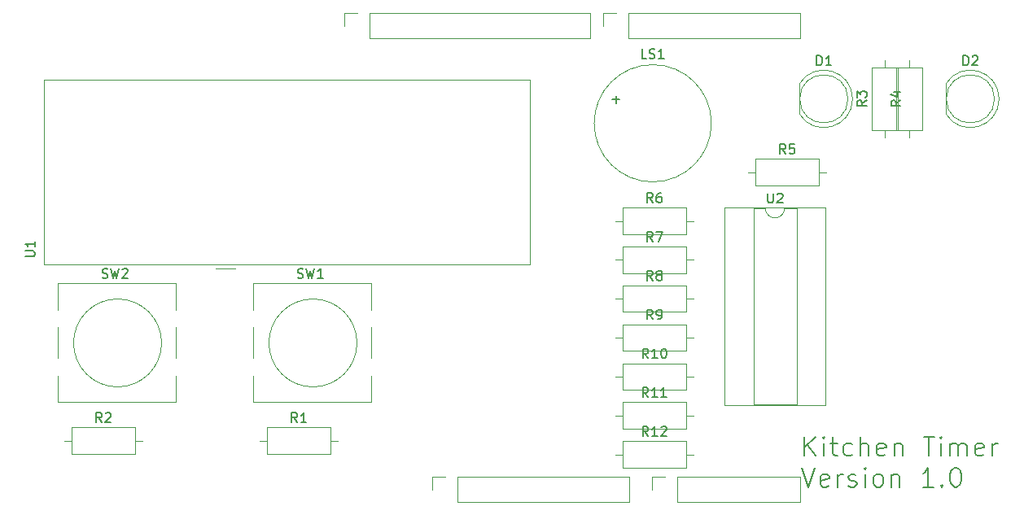
<source format=gbr>
%TF.GenerationSoftware,KiCad,Pcbnew,7.0.1-0*%
%TF.CreationDate,2023-03-30T13:35:29-06:00*%
%TF.ProjectId,Phase_A_UnoShield,50686173-655f-4415-9f55-6e6f53686965,rev?*%
%TF.SameCoordinates,Original*%
%TF.FileFunction,Legend,Top*%
%TF.FilePolarity,Positive*%
%FSLAX46Y46*%
G04 Gerber Fmt 4.6, Leading zero omitted, Abs format (unit mm)*
G04 Created by KiCad (PCBNEW 7.0.1-0) date 2023-03-30 13:35:29*
%MOMM*%
%LPD*%
G01*
G04 APERTURE LIST*
%ADD10C,0.150000*%
%ADD11C,0.120000*%
G04 APERTURE END LIST*
D10*
X165306190Y-93975238D02*
X165306190Y-91975238D01*
X166449047Y-93975238D02*
X165591904Y-92832380D01*
X166449047Y-91975238D02*
X165306190Y-93118095D01*
X167306190Y-93975238D02*
X167306190Y-92641904D01*
X167306190Y-91975238D02*
X167210952Y-92070476D01*
X167210952Y-92070476D02*
X167306190Y-92165714D01*
X167306190Y-92165714D02*
X167401428Y-92070476D01*
X167401428Y-92070476D02*
X167306190Y-91975238D01*
X167306190Y-91975238D02*
X167306190Y-92165714D01*
X167972857Y-92641904D02*
X168734761Y-92641904D01*
X168258571Y-91975238D02*
X168258571Y-93689523D01*
X168258571Y-93689523D02*
X168353809Y-93880000D01*
X168353809Y-93880000D02*
X168544285Y-93975238D01*
X168544285Y-93975238D02*
X168734761Y-93975238D01*
X170258571Y-93880000D02*
X170068095Y-93975238D01*
X170068095Y-93975238D02*
X169687142Y-93975238D01*
X169687142Y-93975238D02*
X169496666Y-93880000D01*
X169496666Y-93880000D02*
X169401428Y-93784761D01*
X169401428Y-93784761D02*
X169306190Y-93594285D01*
X169306190Y-93594285D02*
X169306190Y-93022857D01*
X169306190Y-93022857D02*
X169401428Y-92832380D01*
X169401428Y-92832380D02*
X169496666Y-92737142D01*
X169496666Y-92737142D02*
X169687142Y-92641904D01*
X169687142Y-92641904D02*
X170068095Y-92641904D01*
X170068095Y-92641904D02*
X170258571Y-92737142D01*
X171115714Y-93975238D02*
X171115714Y-91975238D01*
X171972857Y-93975238D02*
X171972857Y-92927619D01*
X171972857Y-92927619D02*
X171877619Y-92737142D01*
X171877619Y-92737142D02*
X171687143Y-92641904D01*
X171687143Y-92641904D02*
X171401428Y-92641904D01*
X171401428Y-92641904D02*
X171210952Y-92737142D01*
X171210952Y-92737142D02*
X171115714Y-92832380D01*
X173687143Y-93880000D02*
X173496667Y-93975238D01*
X173496667Y-93975238D02*
X173115714Y-93975238D01*
X173115714Y-93975238D02*
X172925238Y-93880000D01*
X172925238Y-93880000D02*
X172830000Y-93689523D01*
X172830000Y-93689523D02*
X172830000Y-92927619D01*
X172830000Y-92927619D02*
X172925238Y-92737142D01*
X172925238Y-92737142D02*
X173115714Y-92641904D01*
X173115714Y-92641904D02*
X173496667Y-92641904D01*
X173496667Y-92641904D02*
X173687143Y-92737142D01*
X173687143Y-92737142D02*
X173782381Y-92927619D01*
X173782381Y-92927619D02*
X173782381Y-93118095D01*
X173782381Y-93118095D02*
X172830000Y-93308571D01*
X174639524Y-92641904D02*
X174639524Y-93975238D01*
X174639524Y-92832380D02*
X174734762Y-92737142D01*
X174734762Y-92737142D02*
X174925238Y-92641904D01*
X174925238Y-92641904D02*
X175210953Y-92641904D01*
X175210953Y-92641904D02*
X175401429Y-92737142D01*
X175401429Y-92737142D02*
X175496667Y-92927619D01*
X175496667Y-92927619D02*
X175496667Y-93975238D01*
X177687144Y-91975238D02*
X178830001Y-91975238D01*
X178258572Y-93975238D02*
X178258572Y-91975238D01*
X179496668Y-93975238D02*
X179496668Y-92641904D01*
X179496668Y-91975238D02*
X179401430Y-92070476D01*
X179401430Y-92070476D02*
X179496668Y-92165714D01*
X179496668Y-92165714D02*
X179591906Y-92070476D01*
X179591906Y-92070476D02*
X179496668Y-91975238D01*
X179496668Y-91975238D02*
X179496668Y-92165714D01*
X180449049Y-93975238D02*
X180449049Y-92641904D01*
X180449049Y-92832380D02*
X180544287Y-92737142D01*
X180544287Y-92737142D02*
X180734763Y-92641904D01*
X180734763Y-92641904D02*
X181020478Y-92641904D01*
X181020478Y-92641904D02*
X181210954Y-92737142D01*
X181210954Y-92737142D02*
X181306192Y-92927619D01*
X181306192Y-92927619D02*
X181306192Y-93975238D01*
X181306192Y-92927619D02*
X181401430Y-92737142D01*
X181401430Y-92737142D02*
X181591906Y-92641904D01*
X181591906Y-92641904D02*
X181877620Y-92641904D01*
X181877620Y-92641904D02*
X182068097Y-92737142D01*
X182068097Y-92737142D02*
X182163335Y-92927619D01*
X182163335Y-92927619D02*
X182163335Y-93975238D01*
X183877621Y-93880000D02*
X183687145Y-93975238D01*
X183687145Y-93975238D02*
X183306192Y-93975238D01*
X183306192Y-93975238D02*
X183115716Y-93880000D01*
X183115716Y-93880000D02*
X183020478Y-93689523D01*
X183020478Y-93689523D02*
X183020478Y-92927619D01*
X183020478Y-92927619D02*
X183115716Y-92737142D01*
X183115716Y-92737142D02*
X183306192Y-92641904D01*
X183306192Y-92641904D02*
X183687145Y-92641904D01*
X183687145Y-92641904D02*
X183877621Y-92737142D01*
X183877621Y-92737142D02*
X183972859Y-92927619D01*
X183972859Y-92927619D02*
X183972859Y-93118095D01*
X183972859Y-93118095D02*
X183020478Y-93308571D01*
X184830002Y-93975238D02*
X184830002Y-92641904D01*
X184830002Y-93022857D02*
X184925240Y-92832380D01*
X184925240Y-92832380D02*
X185020478Y-92737142D01*
X185020478Y-92737142D02*
X185210954Y-92641904D01*
X185210954Y-92641904D02*
X185401431Y-92641904D01*
X165020476Y-95215238D02*
X165687142Y-97215238D01*
X165687142Y-97215238D02*
X166353809Y-95215238D01*
X167782381Y-97120000D02*
X167591905Y-97215238D01*
X167591905Y-97215238D02*
X167210952Y-97215238D01*
X167210952Y-97215238D02*
X167020476Y-97120000D01*
X167020476Y-97120000D02*
X166925238Y-96929523D01*
X166925238Y-96929523D02*
X166925238Y-96167619D01*
X166925238Y-96167619D02*
X167020476Y-95977142D01*
X167020476Y-95977142D02*
X167210952Y-95881904D01*
X167210952Y-95881904D02*
X167591905Y-95881904D01*
X167591905Y-95881904D02*
X167782381Y-95977142D01*
X167782381Y-95977142D02*
X167877619Y-96167619D01*
X167877619Y-96167619D02*
X167877619Y-96358095D01*
X167877619Y-96358095D02*
X166925238Y-96548571D01*
X168734762Y-97215238D02*
X168734762Y-95881904D01*
X168734762Y-96262857D02*
X168830000Y-96072380D01*
X168830000Y-96072380D02*
X168925238Y-95977142D01*
X168925238Y-95977142D02*
X169115714Y-95881904D01*
X169115714Y-95881904D02*
X169306191Y-95881904D01*
X169877619Y-97120000D02*
X170068095Y-97215238D01*
X170068095Y-97215238D02*
X170449047Y-97215238D01*
X170449047Y-97215238D02*
X170639524Y-97120000D01*
X170639524Y-97120000D02*
X170734762Y-96929523D01*
X170734762Y-96929523D02*
X170734762Y-96834285D01*
X170734762Y-96834285D02*
X170639524Y-96643809D01*
X170639524Y-96643809D02*
X170449047Y-96548571D01*
X170449047Y-96548571D02*
X170163333Y-96548571D01*
X170163333Y-96548571D02*
X169972857Y-96453333D01*
X169972857Y-96453333D02*
X169877619Y-96262857D01*
X169877619Y-96262857D02*
X169877619Y-96167619D01*
X169877619Y-96167619D02*
X169972857Y-95977142D01*
X169972857Y-95977142D02*
X170163333Y-95881904D01*
X170163333Y-95881904D02*
X170449047Y-95881904D01*
X170449047Y-95881904D02*
X170639524Y-95977142D01*
X171591905Y-97215238D02*
X171591905Y-95881904D01*
X171591905Y-95215238D02*
X171496667Y-95310476D01*
X171496667Y-95310476D02*
X171591905Y-95405714D01*
X171591905Y-95405714D02*
X171687143Y-95310476D01*
X171687143Y-95310476D02*
X171591905Y-95215238D01*
X171591905Y-95215238D02*
X171591905Y-95405714D01*
X172830000Y-97215238D02*
X172639524Y-97120000D01*
X172639524Y-97120000D02*
X172544286Y-97024761D01*
X172544286Y-97024761D02*
X172449048Y-96834285D01*
X172449048Y-96834285D02*
X172449048Y-96262857D01*
X172449048Y-96262857D02*
X172544286Y-96072380D01*
X172544286Y-96072380D02*
X172639524Y-95977142D01*
X172639524Y-95977142D02*
X172830000Y-95881904D01*
X172830000Y-95881904D02*
X173115715Y-95881904D01*
X173115715Y-95881904D02*
X173306191Y-95977142D01*
X173306191Y-95977142D02*
X173401429Y-96072380D01*
X173401429Y-96072380D02*
X173496667Y-96262857D01*
X173496667Y-96262857D02*
X173496667Y-96834285D01*
X173496667Y-96834285D02*
X173401429Y-97024761D01*
X173401429Y-97024761D02*
X173306191Y-97120000D01*
X173306191Y-97120000D02*
X173115715Y-97215238D01*
X173115715Y-97215238D02*
X172830000Y-97215238D01*
X174353810Y-95881904D02*
X174353810Y-97215238D01*
X174353810Y-96072380D02*
X174449048Y-95977142D01*
X174449048Y-95977142D02*
X174639524Y-95881904D01*
X174639524Y-95881904D02*
X174925239Y-95881904D01*
X174925239Y-95881904D02*
X175115715Y-95977142D01*
X175115715Y-95977142D02*
X175210953Y-96167619D01*
X175210953Y-96167619D02*
X175210953Y-97215238D01*
X178734763Y-97215238D02*
X177591906Y-97215238D01*
X178163334Y-97215238D02*
X178163334Y-95215238D01*
X178163334Y-95215238D02*
X177972858Y-95500952D01*
X177972858Y-95500952D02*
X177782382Y-95691428D01*
X177782382Y-95691428D02*
X177591906Y-95786666D01*
X179591906Y-97024761D02*
X179687144Y-97120000D01*
X179687144Y-97120000D02*
X179591906Y-97215238D01*
X179591906Y-97215238D02*
X179496668Y-97120000D01*
X179496668Y-97120000D02*
X179591906Y-97024761D01*
X179591906Y-97024761D02*
X179591906Y-97215238D01*
X180925239Y-95215238D02*
X181115716Y-95215238D01*
X181115716Y-95215238D02*
X181306192Y-95310476D01*
X181306192Y-95310476D02*
X181401430Y-95405714D01*
X181401430Y-95405714D02*
X181496668Y-95596190D01*
X181496668Y-95596190D02*
X181591906Y-95977142D01*
X181591906Y-95977142D02*
X181591906Y-96453333D01*
X181591906Y-96453333D02*
X181496668Y-96834285D01*
X181496668Y-96834285D02*
X181401430Y-97024761D01*
X181401430Y-97024761D02*
X181306192Y-97120000D01*
X181306192Y-97120000D02*
X181115716Y-97215238D01*
X181115716Y-97215238D02*
X180925239Y-97215238D01*
X180925239Y-97215238D02*
X180734763Y-97120000D01*
X180734763Y-97120000D02*
X180639525Y-97024761D01*
X180639525Y-97024761D02*
X180544287Y-96834285D01*
X180544287Y-96834285D02*
X180449049Y-96453333D01*
X180449049Y-96453333D02*
X180449049Y-95977142D01*
X180449049Y-95977142D02*
X180544287Y-95596190D01*
X180544287Y-95596190D02*
X180639525Y-95405714D01*
X180639525Y-95405714D02*
X180734763Y-95310476D01*
X180734763Y-95310476D02*
X180925239Y-95215238D01*
%TO.C,U1*%
X84232619Y-73221904D02*
X85042142Y-73221904D01*
X85042142Y-73221904D02*
X85137380Y-73174285D01*
X85137380Y-73174285D02*
X85185000Y-73126666D01*
X85185000Y-73126666D02*
X85232619Y-73031428D01*
X85232619Y-73031428D02*
X85232619Y-72840952D01*
X85232619Y-72840952D02*
X85185000Y-72745714D01*
X85185000Y-72745714D02*
X85137380Y-72698095D01*
X85137380Y-72698095D02*
X85042142Y-72650476D01*
X85042142Y-72650476D02*
X84232619Y-72650476D01*
X85232619Y-71650476D02*
X85232619Y-72221904D01*
X85232619Y-71936190D02*
X84232619Y-71936190D01*
X84232619Y-71936190D02*
X84375476Y-72031428D01*
X84375476Y-72031428D02*
X84470714Y-72126666D01*
X84470714Y-72126666D02*
X84518333Y-72221904D01*
%TO.C,D2*%
X181811905Y-53322619D02*
X181811905Y-52322619D01*
X181811905Y-52322619D02*
X182050000Y-52322619D01*
X182050000Y-52322619D02*
X182192857Y-52370238D01*
X182192857Y-52370238D02*
X182288095Y-52465476D01*
X182288095Y-52465476D02*
X182335714Y-52560714D01*
X182335714Y-52560714D02*
X182383333Y-52751190D01*
X182383333Y-52751190D02*
X182383333Y-52894047D01*
X182383333Y-52894047D02*
X182335714Y-53084523D01*
X182335714Y-53084523D02*
X182288095Y-53179761D01*
X182288095Y-53179761D02*
X182192857Y-53275000D01*
X182192857Y-53275000D02*
X182050000Y-53322619D01*
X182050000Y-53322619D02*
X181811905Y-53322619D01*
X182764286Y-52417857D02*
X182811905Y-52370238D01*
X182811905Y-52370238D02*
X182907143Y-52322619D01*
X182907143Y-52322619D02*
X183145238Y-52322619D01*
X183145238Y-52322619D02*
X183240476Y-52370238D01*
X183240476Y-52370238D02*
X183288095Y-52417857D01*
X183288095Y-52417857D02*
X183335714Y-52513095D01*
X183335714Y-52513095D02*
X183335714Y-52608333D01*
X183335714Y-52608333D02*
X183288095Y-52751190D01*
X183288095Y-52751190D02*
X182716667Y-53322619D01*
X182716667Y-53322619D02*
X183335714Y-53322619D01*
%TO.C,U2*%
X161468095Y-66652619D02*
X161468095Y-67462142D01*
X161468095Y-67462142D02*
X161515714Y-67557380D01*
X161515714Y-67557380D02*
X161563333Y-67605000D01*
X161563333Y-67605000D02*
X161658571Y-67652619D01*
X161658571Y-67652619D02*
X161849047Y-67652619D01*
X161849047Y-67652619D02*
X161944285Y-67605000D01*
X161944285Y-67605000D02*
X161991904Y-67557380D01*
X161991904Y-67557380D02*
X162039523Y-67462142D01*
X162039523Y-67462142D02*
X162039523Y-66652619D01*
X162468095Y-66747857D02*
X162515714Y-66700238D01*
X162515714Y-66700238D02*
X162610952Y-66652619D01*
X162610952Y-66652619D02*
X162849047Y-66652619D01*
X162849047Y-66652619D02*
X162944285Y-66700238D01*
X162944285Y-66700238D02*
X162991904Y-66747857D01*
X162991904Y-66747857D02*
X163039523Y-66843095D01*
X163039523Y-66843095D02*
X163039523Y-66938333D01*
X163039523Y-66938333D02*
X162991904Y-67081190D01*
X162991904Y-67081190D02*
X162420476Y-67652619D01*
X162420476Y-67652619D02*
X163039523Y-67652619D01*
%TO.C,R8*%
X149523333Y-75712619D02*
X149190000Y-75236428D01*
X148951905Y-75712619D02*
X148951905Y-74712619D01*
X148951905Y-74712619D02*
X149332857Y-74712619D01*
X149332857Y-74712619D02*
X149428095Y-74760238D01*
X149428095Y-74760238D02*
X149475714Y-74807857D01*
X149475714Y-74807857D02*
X149523333Y-74903095D01*
X149523333Y-74903095D02*
X149523333Y-75045952D01*
X149523333Y-75045952D02*
X149475714Y-75141190D01*
X149475714Y-75141190D02*
X149428095Y-75188809D01*
X149428095Y-75188809D02*
X149332857Y-75236428D01*
X149332857Y-75236428D02*
X148951905Y-75236428D01*
X150094762Y-75141190D02*
X149999524Y-75093571D01*
X149999524Y-75093571D02*
X149951905Y-75045952D01*
X149951905Y-75045952D02*
X149904286Y-74950714D01*
X149904286Y-74950714D02*
X149904286Y-74903095D01*
X149904286Y-74903095D02*
X149951905Y-74807857D01*
X149951905Y-74807857D02*
X149999524Y-74760238D01*
X149999524Y-74760238D02*
X150094762Y-74712619D01*
X150094762Y-74712619D02*
X150285238Y-74712619D01*
X150285238Y-74712619D02*
X150380476Y-74760238D01*
X150380476Y-74760238D02*
X150428095Y-74807857D01*
X150428095Y-74807857D02*
X150475714Y-74903095D01*
X150475714Y-74903095D02*
X150475714Y-74950714D01*
X150475714Y-74950714D02*
X150428095Y-75045952D01*
X150428095Y-75045952D02*
X150380476Y-75093571D01*
X150380476Y-75093571D02*
X150285238Y-75141190D01*
X150285238Y-75141190D02*
X150094762Y-75141190D01*
X150094762Y-75141190D02*
X149999524Y-75188809D01*
X149999524Y-75188809D02*
X149951905Y-75236428D01*
X149951905Y-75236428D02*
X149904286Y-75331666D01*
X149904286Y-75331666D02*
X149904286Y-75522142D01*
X149904286Y-75522142D02*
X149951905Y-75617380D01*
X149951905Y-75617380D02*
X149999524Y-75665000D01*
X149999524Y-75665000D02*
X150094762Y-75712619D01*
X150094762Y-75712619D02*
X150285238Y-75712619D01*
X150285238Y-75712619D02*
X150380476Y-75665000D01*
X150380476Y-75665000D02*
X150428095Y-75617380D01*
X150428095Y-75617380D02*
X150475714Y-75522142D01*
X150475714Y-75522142D02*
X150475714Y-75331666D01*
X150475714Y-75331666D02*
X150428095Y-75236428D01*
X150428095Y-75236428D02*
X150380476Y-75188809D01*
X150380476Y-75188809D02*
X150285238Y-75141190D01*
%TO.C,R5*%
X163333333Y-62532619D02*
X163000000Y-62056428D01*
X162761905Y-62532619D02*
X162761905Y-61532619D01*
X162761905Y-61532619D02*
X163142857Y-61532619D01*
X163142857Y-61532619D02*
X163238095Y-61580238D01*
X163238095Y-61580238D02*
X163285714Y-61627857D01*
X163285714Y-61627857D02*
X163333333Y-61723095D01*
X163333333Y-61723095D02*
X163333333Y-61865952D01*
X163333333Y-61865952D02*
X163285714Y-61961190D01*
X163285714Y-61961190D02*
X163238095Y-62008809D01*
X163238095Y-62008809D02*
X163142857Y-62056428D01*
X163142857Y-62056428D02*
X162761905Y-62056428D01*
X164238095Y-61532619D02*
X163761905Y-61532619D01*
X163761905Y-61532619D02*
X163714286Y-62008809D01*
X163714286Y-62008809D02*
X163761905Y-61961190D01*
X163761905Y-61961190D02*
X163857143Y-61913571D01*
X163857143Y-61913571D02*
X164095238Y-61913571D01*
X164095238Y-61913571D02*
X164190476Y-61961190D01*
X164190476Y-61961190D02*
X164238095Y-62008809D01*
X164238095Y-62008809D02*
X164285714Y-62104047D01*
X164285714Y-62104047D02*
X164285714Y-62342142D01*
X164285714Y-62342142D02*
X164238095Y-62437380D01*
X164238095Y-62437380D02*
X164190476Y-62485000D01*
X164190476Y-62485000D02*
X164095238Y-62532619D01*
X164095238Y-62532619D02*
X163857143Y-62532619D01*
X163857143Y-62532619D02*
X163761905Y-62485000D01*
X163761905Y-62485000D02*
X163714286Y-62437380D01*
%TO.C,D1*%
X166571905Y-53322619D02*
X166571905Y-52322619D01*
X166571905Y-52322619D02*
X166810000Y-52322619D01*
X166810000Y-52322619D02*
X166952857Y-52370238D01*
X166952857Y-52370238D02*
X167048095Y-52465476D01*
X167048095Y-52465476D02*
X167095714Y-52560714D01*
X167095714Y-52560714D02*
X167143333Y-52751190D01*
X167143333Y-52751190D02*
X167143333Y-52894047D01*
X167143333Y-52894047D02*
X167095714Y-53084523D01*
X167095714Y-53084523D02*
X167048095Y-53179761D01*
X167048095Y-53179761D02*
X166952857Y-53275000D01*
X166952857Y-53275000D02*
X166810000Y-53322619D01*
X166810000Y-53322619D02*
X166571905Y-53322619D01*
X168095714Y-53322619D02*
X167524286Y-53322619D01*
X167810000Y-53322619D02*
X167810000Y-52322619D01*
X167810000Y-52322619D02*
X167714762Y-52465476D01*
X167714762Y-52465476D02*
X167619524Y-52560714D01*
X167619524Y-52560714D02*
X167524286Y-52608333D01*
%TO.C,R1*%
X112533333Y-90472619D02*
X112200000Y-89996428D01*
X111961905Y-90472619D02*
X111961905Y-89472619D01*
X111961905Y-89472619D02*
X112342857Y-89472619D01*
X112342857Y-89472619D02*
X112438095Y-89520238D01*
X112438095Y-89520238D02*
X112485714Y-89567857D01*
X112485714Y-89567857D02*
X112533333Y-89663095D01*
X112533333Y-89663095D02*
X112533333Y-89805952D01*
X112533333Y-89805952D02*
X112485714Y-89901190D01*
X112485714Y-89901190D02*
X112438095Y-89948809D01*
X112438095Y-89948809D02*
X112342857Y-89996428D01*
X112342857Y-89996428D02*
X111961905Y-89996428D01*
X113485714Y-90472619D02*
X112914286Y-90472619D01*
X113200000Y-90472619D02*
X113200000Y-89472619D01*
X113200000Y-89472619D02*
X113104762Y-89615476D01*
X113104762Y-89615476D02*
X113009524Y-89710714D01*
X113009524Y-89710714D02*
X112914286Y-89758333D01*
%TO.C,LS1*%
X148877142Y-52622619D02*
X148400952Y-52622619D01*
X148400952Y-52622619D02*
X148400952Y-51622619D01*
X149162857Y-52575000D02*
X149305714Y-52622619D01*
X149305714Y-52622619D02*
X149543809Y-52622619D01*
X149543809Y-52622619D02*
X149639047Y-52575000D01*
X149639047Y-52575000D02*
X149686666Y-52527380D01*
X149686666Y-52527380D02*
X149734285Y-52432142D01*
X149734285Y-52432142D02*
X149734285Y-52336904D01*
X149734285Y-52336904D02*
X149686666Y-52241666D01*
X149686666Y-52241666D02*
X149639047Y-52194047D01*
X149639047Y-52194047D02*
X149543809Y-52146428D01*
X149543809Y-52146428D02*
X149353333Y-52098809D01*
X149353333Y-52098809D02*
X149258095Y-52051190D01*
X149258095Y-52051190D02*
X149210476Y-52003571D01*
X149210476Y-52003571D02*
X149162857Y-51908333D01*
X149162857Y-51908333D02*
X149162857Y-51813095D01*
X149162857Y-51813095D02*
X149210476Y-51717857D01*
X149210476Y-51717857D02*
X149258095Y-51670238D01*
X149258095Y-51670238D02*
X149353333Y-51622619D01*
X149353333Y-51622619D02*
X149591428Y-51622619D01*
X149591428Y-51622619D02*
X149734285Y-51670238D01*
X150686666Y-52622619D02*
X150115238Y-52622619D01*
X150400952Y-52622619D02*
X150400952Y-51622619D01*
X150400952Y-51622619D02*
X150305714Y-51765476D01*
X150305714Y-51765476D02*
X150210476Y-51860714D01*
X150210476Y-51860714D02*
X150115238Y-51908333D01*
X145329048Y-56901666D02*
X146090953Y-56901666D01*
X145710000Y-57282619D02*
X145710000Y-56520714D01*
%TO.C,R2*%
X92213333Y-90472619D02*
X91880000Y-89996428D01*
X91641905Y-90472619D02*
X91641905Y-89472619D01*
X91641905Y-89472619D02*
X92022857Y-89472619D01*
X92022857Y-89472619D02*
X92118095Y-89520238D01*
X92118095Y-89520238D02*
X92165714Y-89567857D01*
X92165714Y-89567857D02*
X92213333Y-89663095D01*
X92213333Y-89663095D02*
X92213333Y-89805952D01*
X92213333Y-89805952D02*
X92165714Y-89901190D01*
X92165714Y-89901190D02*
X92118095Y-89948809D01*
X92118095Y-89948809D02*
X92022857Y-89996428D01*
X92022857Y-89996428D02*
X91641905Y-89996428D01*
X92594286Y-89567857D02*
X92641905Y-89520238D01*
X92641905Y-89520238D02*
X92737143Y-89472619D01*
X92737143Y-89472619D02*
X92975238Y-89472619D01*
X92975238Y-89472619D02*
X93070476Y-89520238D01*
X93070476Y-89520238D02*
X93118095Y-89567857D01*
X93118095Y-89567857D02*
X93165714Y-89663095D01*
X93165714Y-89663095D02*
X93165714Y-89758333D01*
X93165714Y-89758333D02*
X93118095Y-89901190D01*
X93118095Y-89901190D02*
X92546667Y-90472619D01*
X92546667Y-90472619D02*
X93165714Y-90472619D01*
%TO.C,SW1*%
X112566667Y-75435000D02*
X112709524Y-75482619D01*
X112709524Y-75482619D02*
X112947619Y-75482619D01*
X112947619Y-75482619D02*
X113042857Y-75435000D01*
X113042857Y-75435000D02*
X113090476Y-75387380D01*
X113090476Y-75387380D02*
X113138095Y-75292142D01*
X113138095Y-75292142D02*
X113138095Y-75196904D01*
X113138095Y-75196904D02*
X113090476Y-75101666D01*
X113090476Y-75101666D02*
X113042857Y-75054047D01*
X113042857Y-75054047D02*
X112947619Y-75006428D01*
X112947619Y-75006428D02*
X112757143Y-74958809D01*
X112757143Y-74958809D02*
X112661905Y-74911190D01*
X112661905Y-74911190D02*
X112614286Y-74863571D01*
X112614286Y-74863571D02*
X112566667Y-74768333D01*
X112566667Y-74768333D02*
X112566667Y-74673095D01*
X112566667Y-74673095D02*
X112614286Y-74577857D01*
X112614286Y-74577857D02*
X112661905Y-74530238D01*
X112661905Y-74530238D02*
X112757143Y-74482619D01*
X112757143Y-74482619D02*
X112995238Y-74482619D01*
X112995238Y-74482619D02*
X113138095Y-74530238D01*
X113471429Y-74482619D02*
X113709524Y-75482619D01*
X113709524Y-75482619D02*
X113900000Y-74768333D01*
X113900000Y-74768333D02*
X114090476Y-75482619D01*
X114090476Y-75482619D02*
X114328572Y-74482619D01*
X115233333Y-75482619D02*
X114661905Y-75482619D01*
X114947619Y-75482619D02*
X114947619Y-74482619D01*
X114947619Y-74482619D02*
X114852381Y-74625476D01*
X114852381Y-74625476D02*
X114757143Y-74720714D01*
X114757143Y-74720714D02*
X114661905Y-74768333D01*
%TO.C,SW2*%
X92246667Y-75435000D02*
X92389524Y-75482619D01*
X92389524Y-75482619D02*
X92627619Y-75482619D01*
X92627619Y-75482619D02*
X92722857Y-75435000D01*
X92722857Y-75435000D02*
X92770476Y-75387380D01*
X92770476Y-75387380D02*
X92818095Y-75292142D01*
X92818095Y-75292142D02*
X92818095Y-75196904D01*
X92818095Y-75196904D02*
X92770476Y-75101666D01*
X92770476Y-75101666D02*
X92722857Y-75054047D01*
X92722857Y-75054047D02*
X92627619Y-75006428D01*
X92627619Y-75006428D02*
X92437143Y-74958809D01*
X92437143Y-74958809D02*
X92341905Y-74911190D01*
X92341905Y-74911190D02*
X92294286Y-74863571D01*
X92294286Y-74863571D02*
X92246667Y-74768333D01*
X92246667Y-74768333D02*
X92246667Y-74673095D01*
X92246667Y-74673095D02*
X92294286Y-74577857D01*
X92294286Y-74577857D02*
X92341905Y-74530238D01*
X92341905Y-74530238D02*
X92437143Y-74482619D01*
X92437143Y-74482619D02*
X92675238Y-74482619D01*
X92675238Y-74482619D02*
X92818095Y-74530238D01*
X93151429Y-74482619D02*
X93389524Y-75482619D01*
X93389524Y-75482619D02*
X93580000Y-74768333D01*
X93580000Y-74768333D02*
X93770476Y-75482619D01*
X93770476Y-75482619D02*
X94008572Y-74482619D01*
X94341905Y-74577857D02*
X94389524Y-74530238D01*
X94389524Y-74530238D02*
X94484762Y-74482619D01*
X94484762Y-74482619D02*
X94722857Y-74482619D01*
X94722857Y-74482619D02*
X94818095Y-74530238D01*
X94818095Y-74530238D02*
X94865714Y-74577857D01*
X94865714Y-74577857D02*
X94913333Y-74673095D01*
X94913333Y-74673095D02*
X94913333Y-74768333D01*
X94913333Y-74768333D02*
X94865714Y-74911190D01*
X94865714Y-74911190D02*
X94294286Y-75482619D01*
X94294286Y-75482619D02*
X94913333Y-75482619D01*
%TO.C,R12*%
X149047142Y-91912619D02*
X148713809Y-91436428D01*
X148475714Y-91912619D02*
X148475714Y-90912619D01*
X148475714Y-90912619D02*
X148856666Y-90912619D01*
X148856666Y-90912619D02*
X148951904Y-90960238D01*
X148951904Y-90960238D02*
X148999523Y-91007857D01*
X148999523Y-91007857D02*
X149047142Y-91103095D01*
X149047142Y-91103095D02*
X149047142Y-91245952D01*
X149047142Y-91245952D02*
X148999523Y-91341190D01*
X148999523Y-91341190D02*
X148951904Y-91388809D01*
X148951904Y-91388809D02*
X148856666Y-91436428D01*
X148856666Y-91436428D02*
X148475714Y-91436428D01*
X149999523Y-91912619D02*
X149428095Y-91912619D01*
X149713809Y-91912619D02*
X149713809Y-90912619D01*
X149713809Y-90912619D02*
X149618571Y-91055476D01*
X149618571Y-91055476D02*
X149523333Y-91150714D01*
X149523333Y-91150714D02*
X149428095Y-91198333D01*
X150380476Y-91007857D02*
X150428095Y-90960238D01*
X150428095Y-90960238D02*
X150523333Y-90912619D01*
X150523333Y-90912619D02*
X150761428Y-90912619D01*
X150761428Y-90912619D02*
X150856666Y-90960238D01*
X150856666Y-90960238D02*
X150904285Y-91007857D01*
X150904285Y-91007857D02*
X150951904Y-91103095D01*
X150951904Y-91103095D02*
X150951904Y-91198333D01*
X150951904Y-91198333D02*
X150904285Y-91341190D01*
X150904285Y-91341190D02*
X150332857Y-91912619D01*
X150332857Y-91912619D02*
X150951904Y-91912619D01*
%TO.C,R10*%
X149047142Y-83812619D02*
X148713809Y-83336428D01*
X148475714Y-83812619D02*
X148475714Y-82812619D01*
X148475714Y-82812619D02*
X148856666Y-82812619D01*
X148856666Y-82812619D02*
X148951904Y-82860238D01*
X148951904Y-82860238D02*
X148999523Y-82907857D01*
X148999523Y-82907857D02*
X149047142Y-83003095D01*
X149047142Y-83003095D02*
X149047142Y-83145952D01*
X149047142Y-83145952D02*
X148999523Y-83241190D01*
X148999523Y-83241190D02*
X148951904Y-83288809D01*
X148951904Y-83288809D02*
X148856666Y-83336428D01*
X148856666Y-83336428D02*
X148475714Y-83336428D01*
X149999523Y-83812619D02*
X149428095Y-83812619D01*
X149713809Y-83812619D02*
X149713809Y-82812619D01*
X149713809Y-82812619D02*
X149618571Y-82955476D01*
X149618571Y-82955476D02*
X149523333Y-83050714D01*
X149523333Y-83050714D02*
X149428095Y-83098333D01*
X150618571Y-82812619D02*
X150713809Y-82812619D01*
X150713809Y-82812619D02*
X150809047Y-82860238D01*
X150809047Y-82860238D02*
X150856666Y-82907857D01*
X150856666Y-82907857D02*
X150904285Y-83003095D01*
X150904285Y-83003095D02*
X150951904Y-83193571D01*
X150951904Y-83193571D02*
X150951904Y-83431666D01*
X150951904Y-83431666D02*
X150904285Y-83622142D01*
X150904285Y-83622142D02*
X150856666Y-83717380D01*
X150856666Y-83717380D02*
X150809047Y-83765000D01*
X150809047Y-83765000D02*
X150713809Y-83812619D01*
X150713809Y-83812619D02*
X150618571Y-83812619D01*
X150618571Y-83812619D02*
X150523333Y-83765000D01*
X150523333Y-83765000D02*
X150475714Y-83717380D01*
X150475714Y-83717380D02*
X150428095Y-83622142D01*
X150428095Y-83622142D02*
X150380476Y-83431666D01*
X150380476Y-83431666D02*
X150380476Y-83193571D01*
X150380476Y-83193571D02*
X150428095Y-83003095D01*
X150428095Y-83003095D02*
X150475714Y-82907857D01*
X150475714Y-82907857D02*
X150523333Y-82860238D01*
X150523333Y-82860238D02*
X150618571Y-82812619D01*
%TO.C,R9*%
X149523333Y-79762619D02*
X149190000Y-79286428D01*
X148951905Y-79762619D02*
X148951905Y-78762619D01*
X148951905Y-78762619D02*
X149332857Y-78762619D01*
X149332857Y-78762619D02*
X149428095Y-78810238D01*
X149428095Y-78810238D02*
X149475714Y-78857857D01*
X149475714Y-78857857D02*
X149523333Y-78953095D01*
X149523333Y-78953095D02*
X149523333Y-79095952D01*
X149523333Y-79095952D02*
X149475714Y-79191190D01*
X149475714Y-79191190D02*
X149428095Y-79238809D01*
X149428095Y-79238809D02*
X149332857Y-79286428D01*
X149332857Y-79286428D02*
X148951905Y-79286428D01*
X149999524Y-79762619D02*
X150190000Y-79762619D01*
X150190000Y-79762619D02*
X150285238Y-79715000D01*
X150285238Y-79715000D02*
X150332857Y-79667380D01*
X150332857Y-79667380D02*
X150428095Y-79524523D01*
X150428095Y-79524523D02*
X150475714Y-79334047D01*
X150475714Y-79334047D02*
X150475714Y-78953095D01*
X150475714Y-78953095D02*
X150428095Y-78857857D01*
X150428095Y-78857857D02*
X150380476Y-78810238D01*
X150380476Y-78810238D02*
X150285238Y-78762619D01*
X150285238Y-78762619D02*
X150094762Y-78762619D01*
X150094762Y-78762619D02*
X149999524Y-78810238D01*
X149999524Y-78810238D02*
X149951905Y-78857857D01*
X149951905Y-78857857D02*
X149904286Y-78953095D01*
X149904286Y-78953095D02*
X149904286Y-79191190D01*
X149904286Y-79191190D02*
X149951905Y-79286428D01*
X149951905Y-79286428D02*
X149999524Y-79334047D01*
X149999524Y-79334047D02*
X150094762Y-79381666D01*
X150094762Y-79381666D02*
X150285238Y-79381666D01*
X150285238Y-79381666D02*
X150380476Y-79334047D01*
X150380476Y-79334047D02*
X150428095Y-79286428D01*
X150428095Y-79286428D02*
X150475714Y-79191190D01*
%TO.C,R6*%
X149523333Y-67612619D02*
X149190000Y-67136428D01*
X148951905Y-67612619D02*
X148951905Y-66612619D01*
X148951905Y-66612619D02*
X149332857Y-66612619D01*
X149332857Y-66612619D02*
X149428095Y-66660238D01*
X149428095Y-66660238D02*
X149475714Y-66707857D01*
X149475714Y-66707857D02*
X149523333Y-66803095D01*
X149523333Y-66803095D02*
X149523333Y-66945952D01*
X149523333Y-66945952D02*
X149475714Y-67041190D01*
X149475714Y-67041190D02*
X149428095Y-67088809D01*
X149428095Y-67088809D02*
X149332857Y-67136428D01*
X149332857Y-67136428D02*
X148951905Y-67136428D01*
X150380476Y-66612619D02*
X150190000Y-66612619D01*
X150190000Y-66612619D02*
X150094762Y-66660238D01*
X150094762Y-66660238D02*
X150047143Y-66707857D01*
X150047143Y-66707857D02*
X149951905Y-66850714D01*
X149951905Y-66850714D02*
X149904286Y-67041190D01*
X149904286Y-67041190D02*
X149904286Y-67422142D01*
X149904286Y-67422142D02*
X149951905Y-67517380D01*
X149951905Y-67517380D02*
X149999524Y-67565000D01*
X149999524Y-67565000D02*
X150094762Y-67612619D01*
X150094762Y-67612619D02*
X150285238Y-67612619D01*
X150285238Y-67612619D02*
X150380476Y-67565000D01*
X150380476Y-67565000D02*
X150428095Y-67517380D01*
X150428095Y-67517380D02*
X150475714Y-67422142D01*
X150475714Y-67422142D02*
X150475714Y-67184047D01*
X150475714Y-67184047D02*
X150428095Y-67088809D01*
X150428095Y-67088809D02*
X150380476Y-67041190D01*
X150380476Y-67041190D02*
X150285238Y-66993571D01*
X150285238Y-66993571D02*
X150094762Y-66993571D01*
X150094762Y-66993571D02*
X149999524Y-67041190D01*
X149999524Y-67041190D02*
X149951905Y-67088809D01*
X149951905Y-67088809D02*
X149904286Y-67184047D01*
%TO.C,R3*%
X171752619Y-56986666D02*
X171276428Y-57319999D01*
X171752619Y-57558094D02*
X170752619Y-57558094D01*
X170752619Y-57558094D02*
X170752619Y-57177142D01*
X170752619Y-57177142D02*
X170800238Y-57081904D01*
X170800238Y-57081904D02*
X170847857Y-57034285D01*
X170847857Y-57034285D02*
X170943095Y-56986666D01*
X170943095Y-56986666D02*
X171085952Y-56986666D01*
X171085952Y-56986666D02*
X171181190Y-57034285D01*
X171181190Y-57034285D02*
X171228809Y-57081904D01*
X171228809Y-57081904D02*
X171276428Y-57177142D01*
X171276428Y-57177142D02*
X171276428Y-57558094D01*
X170752619Y-56653332D02*
X170752619Y-56034285D01*
X170752619Y-56034285D02*
X171133571Y-56367618D01*
X171133571Y-56367618D02*
X171133571Y-56224761D01*
X171133571Y-56224761D02*
X171181190Y-56129523D01*
X171181190Y-56129523D02*
X171228809Y-56081904D01*
X171228809Y-56081904D02*
X171324047Y-56034285D01*
X171324047Y-56034285D02*
X171562142Y-56034285D01*
X171562142Y-56034285D02*
X171657380Y-56081904D01*
X171657380Y-56081904D02*
X171705000Y-56129523D01*
X171705000Y-56129523D02*
X171752619Y-56224761D01*
X171752619Y-56224761D02*
X171752619Y-56510475D01*
X171752619Y-56510475D02*
X171705000Y-56605713D01*
X171705000Y-56605713D02*
X171657380Y-56653332D01*
%TO.C,R7*%
X149523333Y-71662619D02*
X149190000Y-71186428D01*
X148951905Y-71662619D02*
X148951905Y-70662619D01*
X148951905Y-70662619D02*
X149332857Y-70662619D01*
X149332857Y-70662619D02*
X149428095Y-70710238D01*
X149428095Y-70710238D02*
X149475714Y-70757857D01*
X149475714Y-70757857D02*
X149523333Y-70853095D01*
X149523333Y-70853095D02*
X149523333Y-70995952D01*
X149523333Y-70995952D02*
X149475714Y-71091190D01*
X149475714Y-71091190D02*
X149428095Y-71138809D01*
X149428095Y-71138809D02*
X149332857Y-71186428D01*
X149332857Y-71186428D02*
X148951905Y-71186428D01*
X149856667Y-70662619D02*
X150523333Y-70662619D01*
X150523333Y-70662619D02*
X150094762Y-71662619D01*
%TO.C,R11*%
X149047142Y-87862619D02*
X148713809Y-87386428D01*
X148475714Y-87862619D02*
X148475714Y-86862619D01*
X148475714Y-86862619D02*
X148856666Y-86862619D01*
X148856666Y-86862619D02*
X148951904Y-86910238D01*
X148951904Y-86910238D02*
X148999523Y-86957857D01*
X148999523Y-86957857D02*
X149047142Y-87053095D01*
X149047142Y-87053095D02*
X149047142Y-87195952D01*
X149047142Y-87195952D02*
X148999523Y-87291190D01*
X148999523Y-87291190D02*
X148951904Y-87338809D01*
X148951904Y-87338809D02*
X148856666Y-87386428D01*
X148856666Y-87386428D02*
X148475714Y-87386428D01*
X149999523Y-87862619D02*
X149428095Y-87862619D01*
X149713809Y-87862619D02*
X149713809Y-86862619D01*
X149713809Y-86862619D02*
X149618571Y-87005476D01*
X149618571Y-87005476D02*
X149523333Y-87100714D01*
X149523333Y-87100714D02*
X149428095Y-87148333D01*
X150951904Y-87862619D02*
X150380476Y-87862619D01*
X150666190Y-87862619D02*
X150666190Y-86862619D01*
X150666190Y-86862619D02*
X150570952Y-87005476D01*
X150570952Y-87005476D02*
X150475714Y-87100714D01*
X150475714Y-87100714D02*
X150380476Y-87148333D01*
%TO.C,R4*%
X175292619Y-56986666D02*
X174816428Y-57319999D01*
X175292619Y-57558094D02*
X174292619Y-57558094D01*
X174292619Y-57558094D02*
X174292619Y-57177142D01*
X174292619Y-57177142D02*
X174340238Y-57081904D01*
X174340238Y-57081904D02*
X174387857Y-57034285D01*
X174387857Y-57034285D02*
X174483095Y-56986666D01*
X174483095Y-56986666D02*
X174625952Y-56986666D01*
X174625952Y-56986666D02*
X174721190Y-57034285D01*
X174721190Y-57034285D02*
X174768809Y-57081904D01*
X174768809Y-57081904D02*
X174816428Y-57177142D01*
X174816428Y-57177142D02*
X174816428Y-57558094D01*
X174625952Y-56129523D02*
X175292619Y-56129523D01*
X174245000Y-56367618D02*
X174959285Y-56605713D01*
X174959285Y-56605713D02*
X174959285Y-55986666D01*
D11*
%TO.C,U1*%
X136700000Y-54820000D02*
X86160000Y-54820000D01*
X136700000Y-74060000D02*
X136700000Y-54820000D01*
X86160000Y-74060000D02*
X86160000Y-54820000D01*
X86160000Y-74060000D02*
X136700000Y-74060000D01*
X104080000Y-74440000D02*
X106080000Y-74440000D01*
%TO.C,J1*%
X129210000Y-98790000D02*
X147050000Y-98790000D01*
X129210000Y-98790000D02*
X129210000Y-96130000D01*
X147050000Y-98790000D02*
X147050000Y-96130000D01*
X126610000Y-97460000D02*
X126610000Y-96130000D01*
X126610000Y-96130000D02*
X127940000Y-96130000D01*
X129210000Y-96130000D02*
X147050000Y-96130000D01*
%TO.C,J3*%
X152070000Y-98790000D02*
X164830000Y-98790000D01*
X152070000Y-98790000D02*
X152070000Y-96130000D01*
X164830000Y-98790000D02*
X164830000Y-96130000D01*
X149470000Y-97460000D02*
X149470000Y-96130000D01*
X149470000Y-96130000D02*
X150800000Y-96130000D01*
X152070000Y-96130000D02*
X164830000Y-96130000D01*
%TO.C,J2*%
X120066000Y-47870000D02*
X142986000Y-47870000D01*
X117466000Y-47870000D02*
X118796000Y-47870000D01*
X117466000Y-49200000D02*
X117466000Y-47870000D01*
X142986000Y-50530000D02*
X142986000Y-47870000D01*
X120066000Y-50530000D02*
X120066000Y-47870000D01*
X120066000Y-50530000D02*
X142986000Y-50530000D01*
%TO.C,J4*%
X146990000Y-50530000D02*
X164830000Y-50530000D01*
X146990000Y-50530000D02*
X146990000Y-47870000D01*
X164830000Y-50530000D02*
X164830000Y-47870000D01*
X144390000Y-49200000D02*
X144390000Y-47870000D01*
X144390000Y-47870000D02*
X145720000Y-47870000D01*
X146990000Y-47870000D02*
X164830000Y-47870000D01*
%TO.C,D2*%
X179990000Y-55275000D02*
X179990000Y-58365000D01*
X185539999Y-56820462D02*
G75*
G03*
X179990001Y-55275170I-2989999J462D01*
G01*
X179990000Y-58364830D02*
G75*
G03*
X185540000Y-56819538I2560000J1544830D01*
G01*
X185050000Y-56820000D02*
G75*
G03*
X185050000Y-56820000I-2500000J0D01*
G01*
%TO.C,U2*%
X156980000Y-68130000D02*
X156980000Y-88690000D01*
X156980000Y-88690000D02*
X167480000Y-88690000D01*
X159980000Y-68190000D02*
X159980000Y-88630000D01*
X159980000Y-88630000D02*
X164480000Y-88630000D01*
X161230000Y-68190000D02*
X159980000Y-68190000D01*
X164480000Y-68190000D02*
X163230000Y-68190000D01*
X164480000Y-88630000D02*
X164480000Y-68190000D01*
X167480000Y-68130000D02*
X156980000Y-68130000D01*
X167480000Y-88690000D02*
X167480000Y-68130000D01*
X161230000Y-68190000D02*
G75*
G03*
X163230000Y-68190000I1000000J0D01*
G01*
%TO.C,R8*%
X145650000Y-77620000D02*
X146420000Y-77620000D01*
X146420000Y-76250000D02*
X146420000Y-78990000D01*
X146420000Y-78990000D02*
X152960000Y-78990000D01*
X152960000Y-76250000D02*
X146420000Y-76250000D01*
X152960000Y-78990000D02*
X152960000Y-76250000D01*
X153730000Y-77620000D02*
X152960000Y-77620000D01*
%TO.C,R5*%
X159460000Y-64440000D02*
X160230000Y-64440000D01*
X160230000Y-63070000D02*
X160230000Y-65810000D01*
X160230000Y-65810000D02*
X166770000Y-65810000D01*
X166770000Y-63070000D02*
X160230000Y-63070000D01*
X166770000Y-65810000D02*
X166770000Y-63070000D01*
X167540000Y-64440000D02*
X166770000Y-64440000D01*
%TO.C,D1*%
X164750000Y-55275000D02*
X164750000Y-58365000D01*
X170299999Y-56820462D02*
G75*
G03*
X164750001Y-55275170I-2989999J462D01*
G01*
X164750000Y-58364830D02*
G75*
G03*
X170300000Y-56819538I2560000J1544830D01*
G01*
X169810000Y-56820000D02*
G75*
G03*
X169810000Y-56820000I-2500000J0D01*
G01*
%TO.C,R1*%
X108660000Y-92380000D02*
X109430000Y-92380000D01*
X109430000Y-91010000D02*
X109430000Y-93750000D01*
X109430000Y-93750000D02*
X115970000Y-93750000D01*
X115970000Y-91010000D02*
X109430000Y-91010000D01*
X115970000Y-93750000D02*
X115970000Y-91010000D01*
X116740000Y-92380000D02*
X115970000Y-92380000D01*
%TO.C,LS1*%
X155620000Y-59360000D02*
G75*
G03*
X155620000Y-59360000I-6100000J0D01*
G01*
%TO.C,R2*%
X96420000Y-92380000D02*
X95650000Y-92380000D01*
X95650000Y-93750000D02*
X95650000Y-91010000D01*
X95650000Y-91010000D02*
X89110000Y-91010000D01*
X89110000Y-93750000D02*
X95650000Y-93750000D01*
X89110000Y-91010000D02*
X89110000Y-93750000D01*
X88340000Y-92380000D02*
X89110000Y-92380000D01*
%TO.C,SW1*%
X107920000Y-76030000D02*
X120220000Y-76030000D01*
X107920000Y-78750000D02*
X107920000Y-76030000D01*
X107920000Y-83750000D02*
X107920000Y-80610000D01*
X107920000Y-88330000D02*
X107920000Y-85610000D01*
X120220000Y-76030000D02*
X120220000Y-78750000D01*
X120220000Y-80610000D02*
X120220000Y-83750000D01*
X120220000Y-85610000D02*
X120220000Y-88330000D01*
X120220000Y-88330000D02*
X107920000Y-88330000D01*
X118749050Y-82220000D02*
G75*
G03*
X118749050Y-82220000I-4579050J0D01*
G01*
%TO.C,SW2*%
X87600000Y-76030000D02*
X99900000Y-76030000D01*
X87600000Y-78750000D02*
X87600000Y-76030000D01*
X87600000Y-83750000D02*
X87600000Y-80610000D01*
X87600000Y-88330000D02*
X87600000Y-85610000D01*
X99900000Y-76030000D02*
X99900000Y-78750000D01*
X99900000Y-80610000D02*
X99900000Y-83750000D01*
X99900000Y-85610000D02*
X99900000Y-88330000D01*
X99900000Y-88330000D02*
X87600000Y-88330000D01*
X98429050Y-82220000D02*
G75*
G03*
X98429050Y-82220000I-4579050J0D01*
G01*
%TO.C,R12*%
X145650000Y-93820000D02*
X146420000Y-93820000D01*
X146420000Y-92450000D02*
X146420000Y-95190000D01*
X146420000Y-95190000D02*
X152960000Y-95190000D01*
X152960000Y-92450000D02*
X146420000Y-92450000D01*
X152960000Y-95190000D02*
X152960000Y-92450000D01*
X153730000Y-93820000D02*
X152960000Y-93820000D01*
%TO.C,R10*%
X145650000Y-85720000D02*
X146420000Y-85720000D01*
X146420000Y-84350000D02*
X146420000Y-87090000D01*
X146420000Y-87090000D02*
X152960000Y-87090000D01*
X152960000Y-84350000D02*
X146420000Y-84350000D01*
X152960000Y-87090000D02*
X152960000Y-84350000D01*
X153730000Y-85720000D02*
X152960000Y-85720000D01*
%TO.C,R9*%
X145650000Y-81670000D02*
X146420000Y-81670000D01*
X146420000Y-80300000D02*
X146420000Y-83040000D01*
X146420000Y-83040000D02*
X152960000Y-83040000D01*
X152960000Y-80300000D02*
X146420000Y-80300000D01*
X152960000Y-83040000D02*
X152960000Y-80300000D01*
X153730000Y-81670000D02*
X152960000Y-81670000D01*
%TO.C,R6*%
X145650000Y-69520000D02*
X146420000Y-69520000D01*
X146420000Y-68150000D02*
X146420000Y-70890000D01*
X146420000Y-70890000D02*
X152960000Y-70890000D01*
X152960000Y-68150000D02*
X146420000Y-68150000D01*
X152960000Y-70890000D02*
X152960000Y-68150000D01*
X153730000Y-69520000D02*
X152960000Y-69520000D01*
%TO.C,R3*%
X173660000Y-60860000D02*
X173660000Y-60090000D01*
X172290000Y-60090000D02*
X175030000Y-60090000D01*
X175030000Y-60090000D02*
X175030000Y-53550000D01*
X172290000Y-53550000D02*
X172290000Y-60090000D01*
X175030000Y-53550000D02*
X172290000Y-53550000D01*
X173660000Y-52780000D02*
X173660000Y-53550000D01*
%TO.C,R7*%
X145650000Y-73570000D02*
X146420000Y-73570000D01*
X146420000Y-72200000D02*
X146420000Y-74940000D01*
X146420000Y-74940000D02*
X152960000Y-74940000D01*
X152960000Y-72200000D02*
X146420000Y-72200000D01*
X152960000Y-74940000D02*
X152960000Y-72200000D01*
X153730000Y-73570000D02*
X152960000Y-73570000D01*
%TO.C,R11*%
X145650000Y-89770000D02*
X146420000Y-89770000D01*
X146420000Y-88400000D02*
X146420000Y-91140000D01*
X146420000Y-91140000D02*
X152960000Y-91140000D01*
X152960000Y-88400000D02*
X146420000Y-88400000D01*
X152960000Y-91140000D02*
X152960000Y-88400000D01*
X153730000Y-89770000D02*
X152960000Y-89770000D01*
%TO.C,R4*%
X176200000Y-60860000D02*
X176200000Y-60090000D01*
X174830000Y-60090000D02*
X177570000Y-60090000D01*
X177570000Y-60090000D02*
X177570000Y-53550000D01*
X174830000Y-53550000D02*
X174830000Y-60090000D01*
X177570000Y-53550000D02*
X174830000Y-53550000D01*
X176200000Y-52780000D02*
X176200000Y-53550000D01*
%TD*%
M02*

</source>
